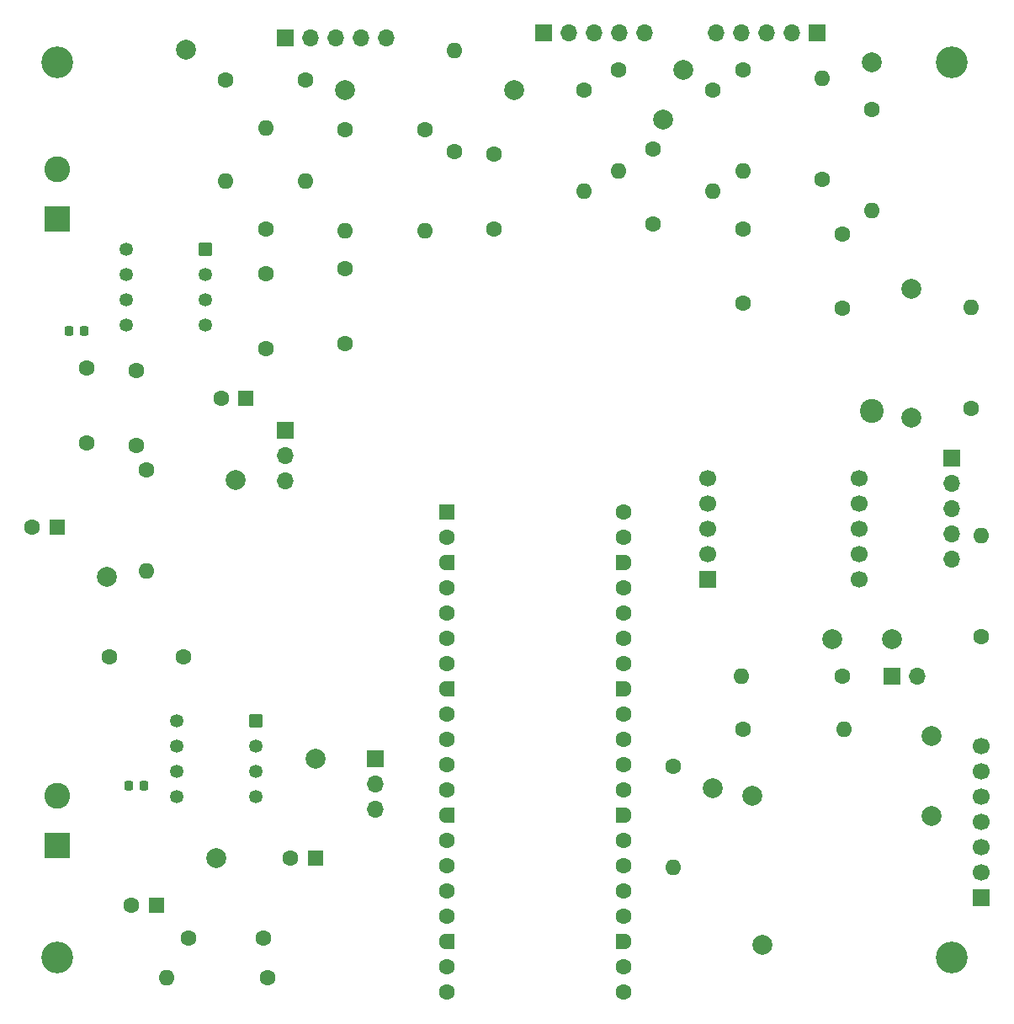
<source format=gbr>
%TF.GenerationSoftware,KiCad,Pcbnew,9.0.3*%
%TF.CreationDate,2025-07-08T18:12:23-07:00*%
%TF.ProjectId,pcb_schematics,7063625f-7363-4686-956d-61746963732e,rev?*%
%TF.SameCoordinates,Original*%
%TF.FileFunction,Soldermask,Bot*%
%TF.FilePolarity,Negative*%
%FSLAX46Y46*%
G04 Gerber Fmt 4.6, Leading zero omitted, Abs format (unit mm)*
G04 Created by KiCad (PCBNEW 9.0.3) date 2025-07-08 18:12:23*
%MOMM*%
%LPD*%
G01*
G04 APERTURE LIST*
G04 Aperture macros list*
%AMRoundRect*
0 Rectangle with rounded corners*
0 $1 Rounding radius*
0 $2 $3 $4 $5 $6 $7 $8 $9 X,Y pos of 4 corners*
0 Add a 4 corners polygon primitive as box body*
4,1,4,$2,$3,$4,$5,$6,$7,$8,$9,$2,$3,0*
0 Add four circle primitives for the rounded corners*
1,1,$1+$1,$2,$3*
1,1,$1+$1,$4,$5*
1,1,$1+$1,$6,$7*
1,1,$1+$1,$8,$9*
0 Add four rect primitives between the rounded corners*
20,1,$1+$1,$2,$3,$4,$5,0*
20,1,$1+$1,$4,$5,$6,$7,0*
20,1,$1+$1,$6,$7,$8,$9,0*
20,1,$1+$1,$8,$9,$2,$3,0*%
%AMFreePoly0*
4,1,37,0.603843,0.796157,0.639018,0.796157,0.711114,0.766294,0.766294,0.711114,0.796157,0.639018,0.796157,0.603843,0.800000,0.600000,0.800000,-0.600000,0.796157,-0.603843,0.796157,-0.639018,0.766294,-0.711114,0.711114,-0.766294,0.639018,-0.796157,0.603843,-0.796157,0.600000,-0.800000,0.000000,-0.800000,0.000000,-0.796148,-0.078414,-0.796148,-0.232228,-0.765552,-0.377117,-0.705537,
-0.507515,-0.618408,-0.618408,-0.507515,-0.705537,-0.377117,-0.765552,-0.232228,-0.796148,-0.078414,-0.796148,0.078414,-0.765552,0.232228,-0.705537,0.377117,-0.618408,0.507515,-0.507515,0.618408,-0.377117,0.705537,-0.232228,0.765552,-0.078414,0.796148,0.000000,0.796148,0.000000,0.800000,0.600000,0.800000,0.603843,0.796157,0.603843,0.796157,$1*%
%AMFreePoly1*
4,1,37,0.000000,0.796148,0.078414,0.796148,0.232228,0.765552,0.377117,0.705537,0.507515,0.618408,0.618408,0.507515,0.705537,0.377117,0.765552,0.232228,0.796148,0.078414,0.796148,-0.078414,0.765552,-0.232228,0.705537,-0.377117,0.618408,-0.507515,0.507515,-0.618408,0.377117,-0.705537,0.232228,-0.765552,0.078414,-0.796148,0.000000,-0.796148,0.000000,-0.800000,-0.600000,-0.800000,
-0.603843,-0.796157,-0.639018,-0.796157,-0.711114,-0.766294,-0.766294,-0.711114,-0.796157,-0.639018,-0.796157,-0.603843,-0.800000,-0.600000,-0.800000,0.600000,-0.796157,0.603843,-0.796157,0.639018,-0.766294,0.711114,-0.711114,0.766294,-0.639018,0.796157,-0.603843,0.796157,-0.600000,0.800000,0.000000,0.800000,0.000000,0.796148,0.000000,0.796148,$1*%
G04 Aperture macros list end*
%ADD10C,1.600000*%
%ADD11O,1.600000X1.600000*%
%ADD12C,2.000000*%
%ADD13R,1.700000X1.700000*%
%ADD14O,1.700000X1.700000*%
%ADD15C,3.200000*%
%ADD16C,2.400000*%
%ADD17RoundRect,0.200000X-0.600000X-0.600000X0.600000X-0.600000X0.600000X0.600000X-0.600000X0.600000X0*%
%ADD18FreePoly0,0.000000*%
%ADD19FreePoly1,0.000000*%
%ADD20C,1.700000*%
%ADD21R,1.600000X1.600000*%
%ADD22RoundRect,0.225000X-0.225000X-0.250000X0.225000X-0.250000X0.225000X0.250000X-0.225000X0.250000X0*%
%ADD23RoundRect,0.102000X0.570000X0.570000X-0.570000X0.570000X-0.570000X-0.570000X0.570000X-0.570000X0*%
%ADD24C,1.344000*%
%ADD25R,2.600000X2.600000*%
%ADD26C,2.600000*%
G04 APERTURE END LIST*
D10*
%TO.C,C11*%
X121000000Y-77000000D03*
X121000000Y-69500000D03*
%TD*%
%TO.C,C10*%
X144000000Y-65000000D03*
X144000000Y-57500000D03*
%TD*%
%TO.C,C1*%
X169000000Y-65000000D03*
X169000000Y-72500000D03*
%TD*%
%TO.C,R_Pullup7*%
X166000000Y-51000000D03*
D11*
X166000000Y-61160000D03*
%TD*%
D10*
%TO.C,R6*%
X140000000Y-57260000D03*
D11*
X140000000Y-47100000D03*
%TD*%
D12*
%TO.C,TP2*%
X170000000Y-122000000D03*
%TD*%
%TO.C,TP18*%
X161000000Y-54000000D03*
%TD*%
D10*
%TO.C,C14*%
X179000000Y-73000000D03*
X179000000Y-65500000D03*
%TD*%
%TO.C,R_Pullup5*%
X117000000Y-50000000D03*
D11*
X117000000Y-60160000D03*
%TD*%
D13*
%TO.C,J5*%
X123000000Y-45760000D03*
D14*
X125540000Y-45760000D03*
X128080000Y-45760000D03*
X130620000Y-45760000D03*
X133160000Y-45760000D03*
%TD*%
D10*
%TO.C,R8*%
X121000000Y-65000000D03*
D11*
X121000000Y-54840000D03*
%TD*%
D15*
%TO.C,H3*%
X190000000Y-138250000D03*
%TD*%
D10*
%TO.C,R_Pullup3*%
X162000000Y-119000000D03*
D11*
X162000000Y-129160000D03*
%TD*%
D12*
%TO.C,TP19*%
X146000000Y-51000000D03*
%TD*%
%TO.C,TP14*%
X182000000Y-48260000D03*
%TD*%
%TO.C,TP16*%
X129000000Y-51000000D03*
%TD*%
D10*
%TO.C,R5*%
X156525236Y-49000000D03*
D11*
X156525236Y-59160000D03*
%TD*%
D12*
%TO.C,TP3*%
X188000000Y-124000000D03*
%TD*%
D10*
%TO.C,R3*%
X193000000Y-106000000D03*
D11*
X193000000Y-95840000D03*
%TD*%
D16*
%TO.C,J2*%
X182000000Y-83260000D03*
%TD*%
D13*
%TO.C,J3*%
X176500000Y-45260000D03*
D14*
X173960000Y-45260000D03*
X171420000Y-45260000D03*
X168880000Y-45260000D03*
X166340000Y-45260000D03*
%TD*%
D10*
%TO.C,C13*%
X105250000Y-108000000D03*
X112750000Y-108000000D03*
%TD*%
D17*
%TO.C,U1*%
X139220000Y-93420000D03*
D10*
X139220000Y-95960000D03*
D18*
X139220000Y-98500000D03*
D10*
X139220000Y-101040000D03*
X139220000Y-103580000D03*
X139220000Y-106120000D03*
X139220000Y-108660000D03*
D18*
X139220000Y-111200000D03*
D10*
X139220000Y-113740000D03*
X139220000Y-116280000D03*
X139220000Y-118820000D03*
X139220000Y-121360000D03*
D18*
X139220000Y-123900000D03*
D10*
X139220000Y-126440000D03*
X139220000Y-128980000D03*
X139220000Y-131520000D03*
X139220000Y-134060000D03*
D18*
X139220000Y-136600000D03*
D10*
X139220000Y-139140000D03*
X139220000Y-141680000D03*
X157000000Y-141680000D03*
X157000000Y-139140000D03*
D19*
X157000000Y-136600000D03*
D10*
X157000000Y-134060000D03*
X157000000Y-131520000D03*
X157000000Y-128980000D03*
X157000000Y-126440000D03*
D19*
X157000000Y-123900000D03*
D10*
X157000000Y-121360000D03*
X157000000Y-118820000D03*
X157000000Y-116280000D03*
X157000000Y-113740000D03*
D19*
X157000000Y-111200000D03*
D10*
X157000000Y-108660000D03*
X157000000Y-106120000D03*
X157000000Y-103580000D03*
X157000000Y-101040000D03*
D19*
X157000000Y-98500000D03*
D10*
X157000000Y-95960000D03*
X157000000Y-93420000D03*
%TD*%
%TO.C,R_Pullup6*%
X182000000Y-53000000D03*
D11*
X182000000Y-63160000D03*
%TD*%
D13*
%TO.C,DISP1*%
X193000000Y-132240000D03*
D20*
X193000000Y-129700000D03*
X193000000Y-127160000D03*
X193000000Y-124620000D03*
X193000000Y-122080000D03*
X193000000Y-119540000D03*
X193000000Y-117000000D03*
%TD*%
D15*
%TO.C,H1*%
X100000000Y-48250000D03*
%TD*%
D10*
%TO.C,C9*%
X160000000Y-57000000D03*
X160000000Y-64500000D03*
%TD*%
D13*
%TO.C,J4*%
X149000000Y-45260000D03*
D14*
X151540000Y-45260000D03*
X154080000Y-45260000D03*
X156620000Y-45260000D03*
X159160000Y-45260000D03*
%TD*%
D12*
%TO.C,TP15*%
X163000000Y-49000000D03*
%TD*%
%TO.C,TP17*%
X113000000Y-47000000D03*
%TD*%
D10*
%TO.C,R_Pullup4*%
X125000000Y-50000000D03*
D11*
X125000000Y-60160000D03*
%TD*%
D13*
%TO.C,SW1*%
X184000000Y-110000000D03*
D14*
X186540000Y-110000000D03*
%TD*%
D15*
%TO.C,H2*%
X190000000Y-48250000D03*
%TD*%
D10*
%TO.C,R9*%
X169000000Y-49000000D03*
D11*
X169000000Y-59160000D03*
%TD*%
D10*
%TO.C,C2*%
X129000000Y-69000000D03*
X129000000Y-76500000D03*
%TD*%
D15*
%TO.C,H4*%
X100000000Y-138250000D03*
%TD*%
D10*
%TO.C,R_Pullup1*%
X153000000Y-51000000D03*
D11*
X153000000Y-61160000D03*
%TD*%
D10*
%TO.C,R10*%
X177000000Y-60000000D03*
D11*
X177000000Y-49840000D03*
%TD*%
D10*
%TO.C,R_Pullup2*%
X137000000Y-55000000D03*
D11*
X137000000Y-65160000D03*
%TD*%
D12*
%TO.C,TP1*%
X171000000Y-137000000D03*
%TD*%
D10*
%TO.C,R4*%
X192000000Y-83080000D03*
D11*
X192000000Y-72920000D03*
%TD*%
D10*
%TO.C,R7*%
X129000000Y-55000000D03*
D11*
X129000000Y-65160000D03*
%TD*%
D10*
%TO.C,R2*%
X121160000Y-140260000D03*
D11*
X111000000Y-140260000D03*
%TD*%
D13*
%TO.C,RV2*%
X123000000Y-85260000D03*
D14*
X123000000Y-87800000D03*
X123000000Y-90340000D03*
%TD*%
D12*
%TO.C,TP12*%
X186000000Y-71000000D03*
%TD*%
D21*
%TO.C,C6*%
X110000000Y-133000000D03*
D10*
X107500000Y-133000000D03*
%TD*%
D12*
%TO.C,TP4*%
X166000000Y-121260000D03*
%TD*%
D13*
%TO.C,U2*%
X165510000Y-100260000D03*
D20*
X165510000Y-97720000D03*
X165510000Y-95180000D03*
X165510000Y-92640000D03*
X165510000Y-90100000D03*
X180750000Y-90100000D03*
X180750000Y-92640000D03*
X180750000Y-95180000D03*
X180750000Y-97720000D03*
X180750000Y-100260000D03*
%TD*%
D22*
%TO.C,C7*%
X101225000Y-75260000D03*
X102775000Y-75260000D03*
%TD*%
D23*
%TO.C,U3*%
X119970000Y-114450000D03*
D24*
X119970000Y-116990000D03*
X119970000Y-119530000D03*
X119970000Y-122070000D03*
X112030000Y-122070000D03*
X112030000Y-119530000D03*
X112030000Y-116990000D03*
X112030000Y-114450000D03*
%TD*%
D12*
%TO.C,TP5*%
X178000000Y-106260000D03*
%TD*%
D21*
%TO.C,C3*%
X100000000Y-95000000D03*
D10*
X97500000Y-95000000D03*
%TD*%
D12*
%TO.C,TP13*%
X188000000Y-116000000D03*
%TD*%
D10*
%TO.C,C12*%
X103000000Y-86500000D03*
X103000000Y-79000000D03*
%TD*%
D12*
%TO.C,TP6*%
X118000000Y-90260000D03*
%TD*%
%TO.C,TP9*%
X105000000Y-100000000D03*
%TD*%
D10*
%TO.C,C4*%
X108000000Y-79260000D03*
X108000000Y-86760000D03*
%TD*%
D23*
%TO.C,U4*%
X114940000Y-67000000D03*
D24*
X114940000Y-69540000D03*
X114940000Y-72080000D03*
X114940000Y-74620000D03*
X107000000Y-74620000D03*
X107000000Y-72080000D03*
X107000000Y-69540000D03*
X107000000Y-67000000D03*
%TD*%
D12*
%TO.C,TP7*%
X126000000Y-118260000D03*
%TD*%
D10*
%TO.C,C5*%
X113250000Y-136260000D03*
X120750000Y-136260000D03*
%TD*%
D12*
%TO.C,TP10*%
X184000000Y-106260000D03*
%TD*%
D21*
%TO.C,C16*%
X119000000Y-82000000D03*
D10*
X116500000Y-82000000D03*
%TD*%
%TO.C,R1*%
X109000000Y-89260000D03*
D11*
X109000000Y-99420000D03*
%TD*%
D13*
%TO.C,J1*%
X190000000Y-88000000D03*
D14*
X190000000Y-90540000D03*
X190000000Y-93080000D03*
X190000000Y-95620000D03*
X190000000Y-98160000D03*
%TD*%
D12*
%TO.C,TP8*%
X116000000Y-128260000D03*
%TD*%
D25*
%TO.C,LS1*%
X100000000Y-127000000D03*
D26*
X100000000Y-122000000D03*
%TD*%
D21*
%TO.C,C15*%
X126000000Y-128260000D03*
D10*
X123500000Y-128260000D03*
%TD*%
%TO.C,Rpullup1*%
X179000000Y-110000000D03*
D11*
X168840000Y-110000000D03*
%TD*%
D13*
%TO.C,RV1*%
X132000000Y-118260000D03*
D14*
X132000000Y-120800000D03*
X132000000Y-123340000D03*
%TD*%
D10*
%TO.C,Rpullup2*%
X169000000Y-115260000D03*
D11*
X179160000Y-115260000D03*
%TD*%
D25*
%TO.C,LS2*%
X100000000Y-64000000D03*
D26*
X100000000Y-59000000D03*
%TD*%
D12*
%TO.C,TP11*%
X186000000Y-84000000D03*
%TD*%
D22*
%TO.C,C8*%
X107225000Y-121000000D03*
X108775000Y-121000000D03*
%TD*%
M02*

</source>
